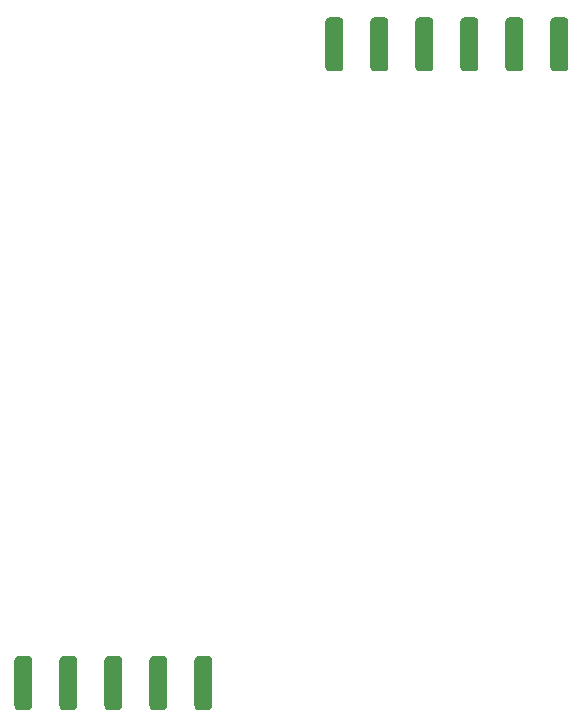
<source format=gbr>
G04 #@! TF.GenerationSoftware,KiCad,Pcbnew,(5.1.0)-1*
G04 #@! TF.CreationDate,2019-08-29T13:47:09+02:00*
G04 #@! TF.ProjectId,atkeyboard,61746b65-7962-46f6-9172-642e6b696361,rev?*
G04 #@! TF.SameCoordinates,Original*
G04 #@! TF.FileFunction,Paste,Bot*
G04 #@! TF.FilePolarity,Positive*
%FSLAX46Y46*%
G04 Gerber Fmt 4.6, Leading zero omitted, Abs format (unit mm)*
G04 Created by KiCad (PCBNEW (5.1.0)-1) date 2019-08-29 13:47:09*
%MOMM*%
%LPD*%
G04 APERTURE LIST*
%ADD10C,0.100000*%
%ADD11C,1.524000*%
G04 APERTURE END LIST*
D10*
G36*
X118228345Y-147255835D02*
G01*
X118265329Y-147261321D01*
X118301598Y-147270406D01*
X118336802Y-147283002D01*
X118370602Y-147298988D01*
X118402672Y-147318210D01*
X118432704Y-147340483D01*
X118460408Y-147365592D01*
X118485517Y-147393296D01*
X118507790Y-147423328D01*
X118527012Y-147455398D01*
X118542998Y-147489198D01*
X118555594Y-147524402D01*
X118564679Y-147560671D01*
X118570165Y-147597655D01*
X118572000Y-147635000D01*
X118572000Y-151445000D01*
X118570165Y-151482345D01*
X118564679Y-151519329D01*
X118555594Y-151555598D01*
X118542998Y-151590802D01*
X118527012Y-151624602D01*
X118507790Y-151656672D01*
X118485517Y-151686704D01*
X118460408Y-151714408D01*
X118432704Y-151739517D01*
X118402672Y-151761790D01*
X118370602Y-151781012D01*
X118336802Y-151796998D01*
X118301598Y-151809594D01*
X118265329Y-151818679D01*
X118228345Y-151824165D01*
X118191000Y-151826000D01*
X117429000Y-151826000D01*
X117391655Y-151824165D01*
X117354671Y-151818679D01*
X117318402Y-151809594D01*
X117283198Y-151796998D01*
X117249398Y-151781012D01*
X117217328Y-151761790D01*
X117187296Y-151739517D01*
X117159592Y-151714408D01*
X117134483Y-151686704D01*
X117112210Y-151656672D01*
X117092988Y-151624602D01*
X117077002Y-151590802D01*
X117064406Y-151555598D01*
X117055321Y-151519329D01*
X117049835Y-151482345D01*
X117048000Y-151445000D01*
X117048000Y-147635000D01*
X117049835Y-147597655D01*
X117055321Y-147560671D01*
X117064406Y-147524402D01*
X117077002Y-147489198D01*
X117092988Y-147455398D01*
X117112210Y-147423328D01*
X117134483Y-147393296D01*
X117159592Y-147365592D01*
X117187296Y-147340483D01*
X117217328Y-147318210D01*
X117249398Y-147298988D01*
X117283198Y-147283002D01*
X117318402Y-147270406D01*
X117354671Y-147261321D01*
X117391655Y-147255835D01*
X117429000Y-147254000D01*
X118191000Y-147254000D01*
X118228345Y-147255835D01*
X118228345Y-147255835D01*
G37*
D11*
X117810000Y-149540000D03*
D10*
G36*
X122038345Y-147255835D02*
G01*
X122075329Y-147261321D01*
X122111598Y-147270406D01*
X122146802Y-147283002D01*
X122180602Y-147298988D01*
X122212672Y-147318210D01*
X122242704Y-147340483D01*
X122270408Y-147365592D01*
X122295517Y-147393296D01*
X122317790Y-147423328D01*
X122337012Y-147455398D01*
X122352998Y-147489198D01*
X122365594Y-147524402D01*
X122374679Y-147560671D01*
X122380165Y-147597655D01*
X122382000Y-147635000D01*
X122382000Y-151445000D01*
X122380165Y-151482345D01*
X122374679Y-151519329D01*
X122365594Y-151555598D01*
X122352998Y-151590802D01*
X122337012Y-151624602D01*
X122317790Y-151656672D01*
X122295517Y-151686704D01*
X122270408Y-151714408D01*
X122242704Y-151739517D01*
X122212672Y-151761790D01*
X122180602Y-151781012D01*
X122146802Y-151796998D01*
X122111598Y-151809594D01*
X122075329Y-151818679D01*
X122038345Y-151824165D01*
X122001000Y-151826000D01*
X121239000Y-151826000D01*
X121201655Y-151824165D01*
X121164671Y-151818679D01*
X121128402Y-151809594D01*
X121093198Y-151796998D01*
X121059398Y-151781012D01*
X121027328Y-151761790D01*
X120997296Y-151739517D01*
X120969592Y-151714408D01*
X120944483Y-151686704D01*
X120922210Y-151656672D01*
X120902988Y-151624602D01*
X120887002Y-151590802D01*
X120874406Y-151555598D01*
X120865321Y-151519329D01*
X120859835Y-151482345D01*
X120858000Y-151445000D01*
X120858000Y-147635000D01*
X120859835Y-147597655D01*
X120865321Y-147560671D01*
X120874406Y-147524402D01*
X120887002Y-147489198D01*
X120902988Y-147455398D01*
X120922210Y-147423328D01*
X120944483Y-147393296D01*
X120969592Y-147365592D01*
X120997296Y-147340483D01*
X121027328Y-147318210D01*
X121059398Y-147298988D01*
X121093198Y-147283002D01*
X121128402Y-147270406D01*
X121164671Y-147261321D01*
X121201655Y-147255835D01*
X121239000Y-147254000D01*
X122001000Y-147254000D01*
X122038345Y-147255835D01*
X122038345Y-147255835D01*
G37*
D11*
X121620000Y-149540000D03*
D10*
G36*
X125848345Y-147255835D02*
G01*
X125885329Y-147261321D01*
X125921598Y-147270406D01*
X125956802Y-147283002D01*
X125990602Y-147298988D01*
X126022672Y-147318210D01*
X126052704Y-147340483D01*
X126080408Y-147365592D01*
X126105517Y-147393296D01*
X126127790Y-147423328D01*
X126147012Y-147455398D01*
X126162998Y-147489198D01*
X126175594Y-147524402D01*
X126184679Y-147560671D01*
X126190165Y-147597655D01*
X126192000Y-147635000D01*
X126192000Y-151445000D01*
X126190165Y-151482345D01*
X126184679Y-151519329D01*
X126175594Y-151555598D01*
X126162998Y-151590802D01*
X126147012Y-151624602D01*
X126127790Y-151656672D01*
X126105517Y-151686704D01*
X126080408Y-151714408D01*
X126052704Y-151739517D01*
X126022672Y-151761790D01*
X125990602Y-151781012D01*
X125956802Y-151796998D01*
X125921598Y-151809594D01*
X125885329Y-151818679D01*
X125848345Y-151824165D01*
X125811000Y-151826000D01*
X125049000Y-151826000D01*
X125011655Y-151824165D01*
X124974671Y-151818679D01*
X124938402Y-151809594D01*
X124903198Y-151796998D01*
X124869398Y-151781012D01*
X124837328Y-151761790D01*
X124807296Y-151739517D01*
X124779592Y-151714408D01*
X124754483Y-151686704D01*
X124732210Y-151656672D01*
X124712988Y-151624602D01*
X124697002Y-151590802D01*
X124684406Y-151555598D01*
X124675321Y-151519329D01*
X124669835Y-151482345D01*
X124668000Y-151445000D01*
X124668000Y-147635000D01*
X124669835Y-147597655D01*
X124675321Y-147560671D01*
X124684406Y-147524402D01*
X124697002Y-147489198D01*
X124712988Y-147455398D01*
X124732210Y-147423328D01*
X124754483Y-147393296D01*
X124779592Y-147365592D01*
X124807296Y-147340483D01*
X124837328Y-147318210D01*
X124869398Y-147298988D01*
X124903198Y-147283002D01*
X124938402Y-147270406D01*
X124974671Y-147261321D01*
X125011655Y-147255835D01*
X125049000Y-147254000D01*
X125811000Y-147254000D01*
X125848345Y-147255835D01*
X125848345Y-147255835D01*
G37*
D11*
X125430000Y-149540000D03*
D10*
G36*
X129658345Y-147255835D02*
G01*
X129695329Y-147261321D01*
X129731598Y-147270406D01*
X129766802Y-147283002D01*
X129800602Y-147298988D01*
X129832672Y-147318210D01*
X129862704Y-147340483D01*
X129890408Y-147365592D01*
X129915517Y-147393296D01*
X129937790Y-147423328D01*
X129957012Y-147455398D01*
X129972998Y-147489198D01*
X129985594Y-147524402D01*
X129994679Y-147560671D01*
X130000165Y-147597655D01*
X130002000Y-147635000D01*
X130002000Y-151445000D01*
X130000165Y-151482345D01*
X129994679Y-151519329D01*
X129985594Y-151555598D01*
X129972998Y-151590802D01*
X129957012Y-151624602D01*
X129937790Y-151656672D01*
X129915517Y-151686704D01*
X129890408Y-151714408D01*
X129862704Y-151739517D01*
X129832672Y-151761790D01*
X129800602Y-151781012D01*
X129766802Y-151796998D01*
X129731598Y-151809594D01*
X129695329Y-151818679D01*
X129658345Y-151824165D01*
X129621000Y-151826000D01*
X128859000Y-151826000D01*
X128821655Y-151824165D01*
X128784671Y-151818679D01*
X128748402Y-151809594D01*
X128713198Y-151796998D01*
X128679398Y-151781012D01*
X128647328Y-151761790D01*
X128617296Y-151739517D01*
X128589592Y-151714408D01*
X128564483Y-151686704D01*
X128542210Y-151656672D01*
X128522988Y-151624602D01*
X128507002Y-151590802D01*
X128494406Y-151555598D01*
X128485321Y-151519329D01*
X128479835Y-151482345D01*
X128478000Y-151445000D01*
X128478000Y-147635000D01*
X128479835Y-147597655D01*
X128485321Y-147560671D01*
X128494406Y-147524402D01*
X128507002Y-147489198D01*
X128522988Y-147455398D01*
X128542210Y-147423328D01*
X128564483Y-147393296D01*
X128589592Y-147365592D01*
X128617296Y-147340483D01*
X128647328Y-147318210D01*
X128679398Y-147298988D01*
X128713198Y-147283002D01*
X128748402Y-147270406D01*
X128784671Y-147261321D01*
X128821655Y-147255835D01*
X128859000Y-147254000D01*
X129621000Y-147254000D01*
X129658345Y-147255835D01*
X129658345Y-147255835D01*
G37*
D11*
X129240000Y-149540000D03*
D10*
G36*
X133468345Y-147255835D02*
G01*
X133505329Y-147261321D01*
X133541598Y-147270406D01*
X133576802Y-147283002D01*
X133610602Y-147298988D01*
X133642672Y-147318210D01*
X133672704Y-147340483D01*
X133700408Y-147365592D01*
X133725517Y-147393296D01*
X133747790Y-147423328D01*
X133767012Y-147455398D01*
X133782998Y-147489198D01*
X133795594Y-147524402D01*
X133804679Y-147560671D01*
X133810165Y-147597655D01*
X133812000Y-147635000D01*
X133812000Y-151445000D01*
X133810165Y-151482345D01*
X133804679Y-151519329D01*
X133795594Y-151555598D01*
X133782998Y-151590802D01*
X133767012Y-151624602D01*
X133747790Y-151656672D01*
X133725517Y-151686704D01*
X133700408Y-151714408D01*
X133672704Y-151739517D01*
X133642672Y-151761790D01*
X133610602Y-151781012D01*
X133576802Y-151796998D01*
X133541598Y-151809594D01*
X133505329Y-151818679D01*
X133468345Y-151824165D01*
X133431000Y-151826000D01*
X132669000Y-151826000D01*
X132631655Y-151824165D01*
X132594671Y-151818679D01*
X132558402Y-151809594D01*
X132523198Y-151796998D01*
X132489398Y-151781012D01*
X132457328Y-151761790D01*
X132427296Y-151739517D01*
X132399592Y-151714408D01*
X132374483Y-151686704D01*
X132352210Y-151656672D01*
X132332988Y-151624602D01*
X132317002Y-151590802D01*
X132304406Y-151555598D01*
X132295321Y-151519329D01*
X132289835Y-151482345D01*
X132288000Y-151445000D01*
X132288000Y-147635000D01*
X132289835Y-147597655D01*
X132295321Y-147560671D01*
X132304406Y-147524402D01*
X132317002Y-147489198D01*
X132332988Y-147455398D01*
X132352210Y-147423328D01*
X132374483Y-147393296D01*
X132399592Y-147365592D01*
X132427296Y-147340483D01*
X132457328Y-147318210D01*
X132489398Y-147298988D01*
X132523198Y-147283002D01*
X132558402Y-147270406D01*
X132594671Y-147261321D01*
X132631655Y-147255835D01*
X132669000Y-147254000D01*
X133431000Y-147254000D01*
X133468345Y-147255835D01*
X133468345Y-147255835D01*
G37*
D11*
X133050000Y-149540000D03*
D10*
G36*
X163608345Y-93175835D02*
G01*
X163645329Y-93181321D01*
X163681598Y-93190406D01*
X163716802Y-93203002D01*
X163750602Y-93218988D01*
X163782672Y-93238210D01*
X163812704Y-93260483D01*
X163840408Y-93285592D01*
X163865517Y-93313296D01*
X163887790Y-93343328D01*
X163907012Y-93375398D01*
X163922998Y-93409198D01*
X163935594Y-93444402D01*
X163944679Y-93480671D01*
X163950165Y-93517655D01*
X163952000Y-93555000D01*
X163952000Y-97365000D01*
X163950165Y-97402345D01*
X163944679Y-97439329D01*
X163935594Y-97475598D01*
X163922998Y-97510802D01*
X163907012Y-97544602D01*
X163887790Y-97576672D01*
X163865517Y-97606704D01*
X163840408Y-97634408D01*
X163812704Y-97659517D01*
X163782672Y-97681790D01*
X163750602Y-97701012D01*
X163716802Y-97716998D01*
X163681598Y-97729594D01*
X163645329Y-97738679D01*
X163608345Y-97744165D01*
X163571000Y-97746000D01*
X162809000Y-97746000D01*
X162771655Y-97744165D01*
X162734671Y-97738679D01*
X162698402Y-97729594D01*
X162663198Y-97716998D01*
X162629398Y-97701012D01*
X162597328Y-97681790D01*
X162567296Y-97659517D01*
X162539592Y-97634408D01*
X162514483Y-97606704D01*
X162492210Y-97576672D01*
X162472988Y-97544602D01*
X162457002Y-97510802D01*
X162444406Y-97475598D01*
X162435321Y-97439329D01*
X162429835Y-97402345D01*
X162428000Y-97365000D01*
X162428000Y-93555000D01*
X162429835Y-93517655D01*
X162435321Y-93480671D01*
X162444406Y-93444402D01*
X162457002Y-93409198D01*
X162472988Y-93375398D01*
X162492210Y-93343328D01*
X162514483Y-93313296D01*
X162539592Y-93285592D01*
X162567296Y-93260483D01*
X162597328Y-93238210D01*
X162629398Y-93218988D01*
X162663198Y-93203002D01*
X162698402Y-93190406D01*
X162734671Y-93181321D01*
X162771655Y-93175835D01*
X162809000Y-93174000D01*
X163571000Y-93174000D01*
X163608345Y-93175835D01*
X163608345Y-93175835D01*
G37*
D11*
X163190000Y-95460000D03*
D10*
G36*
X159798345Y-93175835D02*
G01*
X159835329Y-93181321D01*
X159871598Y-93190406D01*
X159906802Y-93203002D01*
X159940602Y-93218988D01*
X159972672Y-93238210D01*
X160002704Y-93260483D01*
X160030408Y-93285592D01*
X160055517Y-93313296D01*
X160077790Y-93343328D01*
X160097012Y-93375398D01*
X160112998Y-93409198D01*
X160125594Y-93444402D01*
X160134679Y-93480671D01*
X160140165Y-93517655D01*
X160142000Y-93555000D01*
X160142000Y-97365000D01*
X160140165Y-97402345D01*
X160134679Y-97439329D01*
X160125594Y-97475598D01*
X160112998Y-97510802D01*
X160097012Y-97544602D01*
X160077790Y-97576672D01*
X160055517Y-97606704D01*
X160030408Y-97634408D01*
X160002704Y-97659517D01*
X159972672Y-97681790D01*
X159940602Y-97701012D01*
X159906802Y-97716998D01*
X159871598Y-97729594D01*
X159835329Y-97738679D01*
X159798345Y-97744165D01*
X159761000Y-97746000D01*
X158999000Y-97746000D01*
X158961655Y-97744165D01*
X158924671Y-97738679D01*
X158888402Y-97729594D01*
X158853198Y-97716998D01*
X158819398Y-97701012D01*
X158787328Y-97681790D01*
X158757296Y-97659517D01*
X158729592Y-97634408D01*
X158704483Y-97606704D01*
X158682210Y-97576672D01*
X158662988Y-97544602D01*
X158647002Y-97510802D01*
X158634406Y-97475598D01*
X158625321Y-97439329D01*
X158619835Y-97402345D01*
X158618000Y-97365000D01*
X158618000Y-93555000D01*
X158619835Y-93517655D01*
X158625321Y-93480671D01*
X158634406Y-93444402D01*
X158647002Y-93409198D01*
X158662988Y-93375398D01*
X158682210Y-93343328D01*
X158704483Y-93313296D01*
X158729592Y-93285592D01*
X158757296Y-93260483D01*
X158787328Y-93238210D01*
X158819398Y-93218988D01*
X158853198Y-93203002D01*
X158888402Y-93190406D01*
X158924671Y-93181321D01*
X158961655Y-93175835D01*
X158999000Y-93174000D01*
X159761000Y-93174000D01*
X159798345Y-93175835D01*
X159798345Y-93175835D01*
G37*
D11*
X159380000Y-95460000D03*
D10*
G36*
X155988345Y-93175835D02*
G01*
X156025329Y-93181321D01*
X156061598Y-93190406D01*
X156096802Y-93203002D01*
X156130602Y-93218988D01*
X156162672Y-93238210D01*
X156192704Y-93260483D01*
X156220408Y-93285592D01*
X156245517Y-93313296D01*
X156267790Y-93343328D01*
X156287012Y-93375398D01*
X156302998Y-93409198D01*
X156315594Y-93444402D01*
X156324679Y-93480671D01*
X156330165Y-93517655D01*
X156332000Y-93555000D01*
X156332000Y-97365000D01*
X156330165Y-97402345D01*
X156324679Y-97439329D01*
X156315594Y-97475598D01*
X156302998Y-97510802D01*
X156287012Y-97544602D01*
X156267790Y-97576672D01*
X156245517Y-97606704D01*
X156220408Y-97634408D01*
X156192704Y-97659517D01*
X156162672Y-97681790D01*
X156130602Y-97701012D01*
X156096802Y-97716998D01*
X156061598Y-97729594D01*
X156025329Y-97738679D01*
X155988345Y-97744165D01*
X155951000Y-97746000D01*
X155189000Y-97746000D01*
X155151655Y-97744165D01*
X155114671Y-97738679D01*
X155078402Y-97729594D01*
X155043198Y-97716998D01*
X155009398Y-97701012D01*
X154977328Y-97681790D01*
X154947296Y-97659517D01*
X154919592Y-97634408D01*
X154894483Y-97606704D01*
X154872210Y-97576672D01*
X154852988Y-97544602D01*
X154837002Y-97510802D01*
X154824406Y-97475598D01*
X154815321Y-97439329D01*
X154809835Y-97402345D01*
X154808000Y-97365000D01*
X154808000Y-93555000D01*
X154809835Y-93517655D01*
X154815321Y-93480671D01*
X154824406Y-93444402D01*
X154837002Y-93409198D01*
X154852988Y-93375398D01*
X154872210Y-93343328D01*
X154894483Y-93313296D01*
X154919592Y-93285592D01*
X154947296Y-93260483D01*
X154977328Y-93238210D01*
X155009398Y-93218988D01*
X155043198Y-93203002D01*
X155078402Y-93190406D01*
X155114671Y-93181321D01*
X155151655Y-93175835D01*
X155189000Y-93174000D01*
X155951000Y-93174000D01*
X155988345Y-93175835D01*
X155988345Y-93175835D01*
G37*
D11*
X155570000Y-95460000D03*
D10*
G36*
X152178345Y-93175835D02*
G01*
X152215329Y-93181321D01*
X152251598Y-93190406D01*
X152286802Y-93203002D01*
X152320602Y-93218988D01*
X152352672Y-93238210D01*
X152382704Y-93260483D01*
X152410408Y-93285592D01*
X152435517Y-93313296D01*
X152457790Y-93343328D01*
X152477012Y-93375398D01*
X152492998Y-93409198D01*
X152505594Y-93444402D01*
X152514679Y-93480671D01*
X152520165Y-93517655D01*
X152522000Y-93555000D01*
X152522000Y-97365000D01*
X152520165Y-97402345D01*
X152514679Y-97439329D01*
X152505594Y-97475598D01*
X152492998Y-97510802D01*
X152477012Y-97544602D01*
X152457790Y-97576672D01*
X152435517Y-97606704D01*
X152410408Y-97634408D01*
X152382704Y-97659517D01*
X152352672Y-97681790D01*
X152320602Y-97701012D01*
X152286802Y-97716998D01*
X152251598Y-97729594D01*
X152215329Y-97738679D01*
X152178345Y-97744165D01*
X152141000Y-97746000D01*
X151379000Y-97746000D01*
X151341655Y-97744165D01*
X151304671Y-97738679D01*
X151268402Y-97729594D01*
X151233198Y-97716998D01*
X151199398Y-97701012D01*
X151167328Y-97681790D01*
X151137296Y-97659517D01*
X151109592Y-97634408D01*
X151084483Y-97606704D01*
X151062210Y-97576672D01*
X151042988Y-97544602D01*
X151027002Y-97510802D01*
X151014406Y-97475598D01*
X151005321Y-97439329D01*
X150999835Y-97402345D01*
X150998000Y-97365000D01*
X150998000Y-93555000D01*
X150999835Y-93517655D01*
X151005321Y-93480671D01*
X151014406Y-93444402D01*
X151027002Y-93409198D01*
X151042988Y-93375398D01*
X151062210Y-93343328D01*
X151084483Y-93313296D01*
X151109592Y-93285592D01*
X151137296Y-93260483D01*
X151167328Y-93238210D01*
X151199398Y-93218988D01*
X151233198Y-93203002D01*
X151268402Y-93190406D01*
X151304671Y-93181321D01*
X151341655Y-93175835D01*
X151379000Y-93174000D01*
X152141000Y-93174000D01*
X152178345Y-93175835D01*
X152178345Y-93175835D01*
G37*
D11*
X151760000Y-95460000D03*
D10*
G36*
X148368345Y-93175835D02*
G01*
X148405329Y-93181321D01*
X148441598Y-93190406D01*
X148476802Y-93203002D01*
X148510602Y-93218988D01*
X148542672Y-93238210D01*
X148572704Y-93260483D01*
X148600408Y-93285592D01*
X148625517Y-93313296D01*
X148647790Y-93343328D01*
X148667012Y-93375398D01*
X148682998Y-93409198D01*
X148695594Y-93444402D01*
X148704679Y-93480671D01*
X148710165Y-93517655D01*
X148712000Y-93555000D01*
X148712000Y-97365000D01*
X148710165Y-97402345D01*
X148704679Y-97439329D01*
X148695594Y-97475598D01*
X148682998Y-97510802D01*
X148667012Y-97544602D01*
X148647790Y-97576672D01*
X148625517Y-97606704D01*
X148600408Y-97634408D01*
X148572704Y-97659517D01*
X148542672Y-97681790D01*
X148510602Y-97701012D01*
X148476802Y-97716998D01*
X148441598Y-97729594D01*
X148405329Y-97738679D01*
X148368345Y-97744165D01*
X148331000Y-97746000D01*
X147569000Y-97746000D01*
X147531655Y-97744165D01*
X147494671Y-97738679D01*
X147458402Y-97729594D01*
X147423198Y-97716998D01*
X147389398Y-97701012D01*
X147357328Y-97681790D01*
X147327296Y-97659517D01*
X147299592Y-97634408D01*
X147274483Y-97606704D01*
X147252210Y-97576672D01*
X147232988Y-97544602D01*
X147217002Y-97510802D01*
X147204406Y-97475598D01*
X147195321Y-97439329D01*
X147189835Y-97402345D01*
X147188000Y-97365000D01*
X147188000Y-93555000D01*
X147189835Y-93517655D01*
X147195321Y-93480671D01*
X147204406Y-93444402D01*
X147217002Y-93409198D01*
X147232988Y-93375398D01*
X147252210Y-93343328D01*
X147274483Y-93313296D01*
X147299592Y-93285592D01*
X147327296Y-93260483D01*
X147357328Y-93238210D01*
X147389398Y-93218988D01*
X147423198Y-93203002D01*
X147458402Y-93190406D01*
X147494671Y-93181321D01*
X147531655Y-93175835D01*
X147569000Y-93174000D01*
X148331000Y-93174000D01*
X148368345Y-93175835D01*
X148368345Y-93175835D01*
G37*
D11*
X147950000Y-95460000D03*
D10*
G36*
X144558345Y-93175835D02*
G01*
X144595329Y-93181321D01*
X144631598Y-93190406D01*
X144666802Y-93203002D01*
X144700602Y-93218988D01*
X144732672Y-93238210D01*
X144762704Y-93260483D01*
X144790408Y-93285592D01*
X144815517Y-93313296D01*
X144837790Y-93343328D01*
X144857012Y-93375398D01*
X144872998Y-93409198D01*
X144885594Y-93444402D01*
X144894679Y-93480671D01*
X144900165Y-93517655D01*
X144902000Y-93555000D01*
X144902000Y-97365000D01*
X144900165Y-97402345D01*
X144894679Y-97439329D01*
X144885594Y-97475598D01*
X144872998Y-97510802D01*
X144857012Y-97544602D01*
X144837790Y-97576672D01*
X144815517Y-97606704D01*
X144790408Y-97634408D01*
X144762704Y-97659517D01*
X144732672Y-97681790D01*
X144700602Y-97701012D01*
X144666802Y-97716998D01*
X144631598Y-97729594D01*
X144595329Y-97738679D01*
X144558345Y-97744165D01*
X144521000Y-97746000D01*
X143759000Y-97746000D01*
X143721655Y-97744165D01*
X143684671Y-97738679D01*
X143648402Y-97729594D01*
X143613198Y-97716998D01*
X143579398Y-97701012D01*
X143547328Y-97681790D01*
X143517296Y-97659517D01*
X143489592Y-97634408D01*
X143464483Y-97606704D01*
X143442210Y-97576672D01*
X143422988Y-97544602D01*
X143407002Y-97510802D01*
X143394406Y-97475598D01*
X143385321Y-97439329D01*
X143379835Y-97402345D01*
X143378000Y-97365000D01*
X143378000Y-93555000D01*
X143379835Y-93517655D01*
X143385321Y-93480671D01*
X143394406Y-93444402D01*
X143407002Y-93409198D01*
X143422988Y-93375398D01*
X143442210Y-93343328D01*
X143464483Y-93313296D01*
X143489592Y-93285592D01*
X143517296Y-93260483D01*
X143547328Y-93238210D01*
X143579398Y-93218988D01*
X143613198Y-93203002D01*
X143648402Y-93190406D01*
X143684671Y-93181321D01*
X143721655Y-93175835D01*
X143759000Y-93174000D01*
X144521000Y-93174000D01*
X144558345Y-93175835D01*
X144558345Y-93175835D01*
G37*
D11*
X144140000Y-95460000D03*
M02*

</source>
